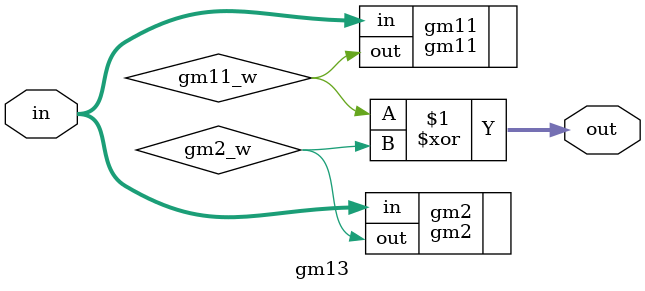
<source format=sv>
module gm13 (input logic [7:0] in,
             output logic [7:0] out);

logic gm11_w;
logic gm2_w;
gm11 gm11 (.in (in),
           .out(gm11_w));
         
gm2 gm2 (.in (in),
         .out(gm2_w));
assign out = gm11_w ^ gm2_w;
    
endmodule
</source>
